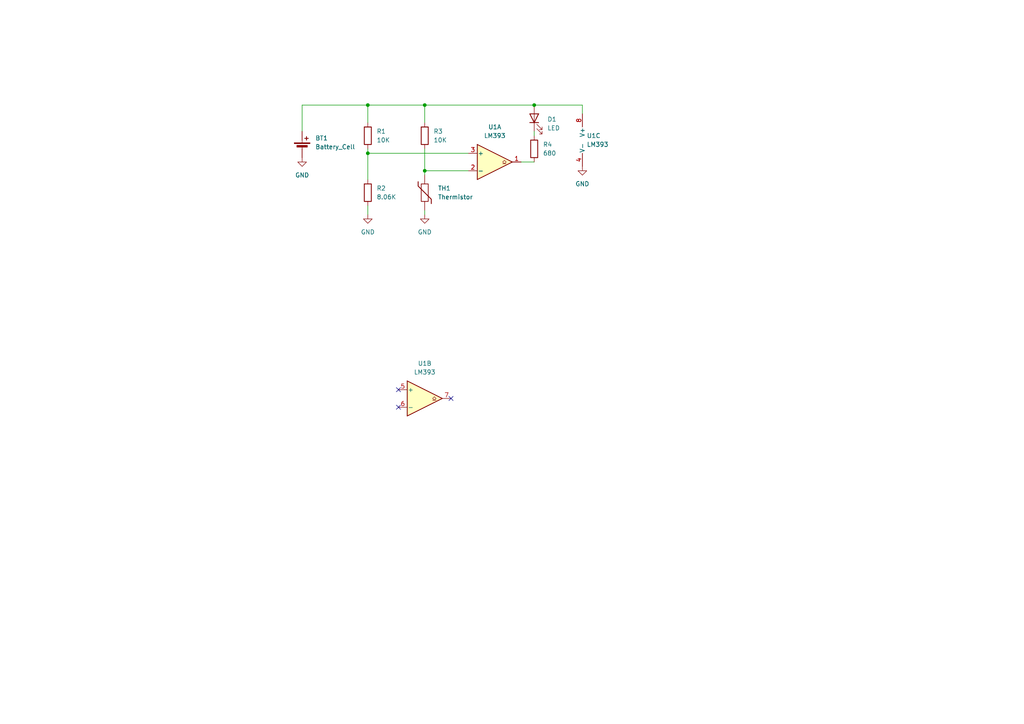
<source format=kicad_sch>
(kicad_sch (version 20230121) (generator eeschema)
  (paper "A4")
  (lib_symbols
    (symbol "Comparator:LM393" (pin_names (offset 0.127))
      (property "Reference" "U" (at 3.81 3.81 0))
      (property "Value" "LM393" (at 6.35 -3.81 0))
      (symbol "LM393_1_1"
        (polyline (pts (xy -5.08 5.08) (xy 5.08 0) (xy -5.08 -5.08) (xy -5.08 5.08)) (stroke (width 0.254)) (fill (type background)))
        (polyline (pts (xy 3.302 -0.508) (xy 2.794 -0.508) (xy 3.302 0) (xy 2.794 0.508) (xy 2.286 0) (xy 2.794 -0.508) (xy 2.286 -0.508)) (stroke (width 0.127)))
        (pin open_collector line (at 7.62 0 180) (length 2.54) (name "~") (number "1"))
        (pin input line (at -7.62 -2.54 0) (length 2.54) (name "-") (number "2"))
        (pin input line (at -7.62 2.54 0) (length 2.54) (name "+") (number "3"))
      )
      (symbol "LM393_2_1"
        (polyline (pts (xy -5.08 5.08) (xy 5.08 0) (xy -5.08 -5.08) (xy -5.08 5.08)) (stroke (width 0.254)) (fill (type background)))
        (polyline (pts (xy 3.302 -0.508) (xy 2.794 -0.508) (xy 3.302 0) (xy 2.794 0.508) (xy 2.286 0) (xy 2.794 -0.508) (xy 2.286 -0.508)) (stroke (width 0.127)))
        (pin input line (at -7.62 2.54 0) (length 2.54) (name "+") (number "5"))
        (pin input line (at -7.62 -2.54 0) (length 2.54) (name "-") (number "6"))
        (pin open_collector line (at 7.62 0 180) (length 2.54) (name "~") (number "7"))
      )
      (symbol "LM393_3_1"
        (pin power_in line (at -2.54 -7.62 90) (length 3.81) (name "V-") (number "4"))
        (pin power_in line (at -2.54 7.62 270) (length 3.81) (name "V+") (number "8"))
      )
    )
    (symbol "Device:Battery_Cell" (pin_numbers hide) (pin_names (offset 0) hide)
      (property "Reference" "BT" (at 2.54 2.54 0))
      (property "Value" "Battery_Cell" (at 2.54 0 0))
      (symbol "Battery_Cell_0_1"
        (rectangle (start -2.286 1.778) (end 2.286 1.524) (fill (type outline)))
        (rectangle (start -1.524 1.016) (end 1.524 0.508) (fill (type outline)))
        (polyline (pts (xy 0 0.762) (xy 0 0)))
        (polyline (pts (xy 0 1.778) (xy 0 2.54)))
        (polyline (pts (xy 0.762 3.048) (xy 1.778 3.048)) (stroke (width 0.254)))
        (polyline (pts (xy 1.27 3.556) (xy 1.27 2.54)) (stroke (width 0.254)))
      )
      (symbol "Battery_Cell_1_1"
        (pin passive line (at 0 5.08 270) (length 2.54) (name "+") (number "1"))
        (pin passive line (at 0 -2.54 90) (length 2.54) (name "-") (number "2"))
      )
    )
    (symbol "Device:LED" (pin_numbers hide) (pin_names (offset 1.016) hide)
      (property "Reference" "D" (at 0 2.54 0))
      (property "Value" "LED" (at 0 -2.54 0))
      (symbol "LED_0_1"
        (polyline (pts (xy -1.27 -1.27) (xy -1.27 1.27)) (stroke (width 0.254)))
        (polyline (pts (xy -1.27 0) (xy 1.27 0)))
        (polyline (pts (xy 1.27 -1.27) (xy 1.27 1.27) (xy -1.27 0) (xy 1.27 -1.27)) (stroke (width 0.254)))
        (polyline (pts (xy -3.048 -0.762) (xy -4.572 -2.286) (xy -3.81 -2.286) (xy -4.572 -2.286) (xy -4.572 -1.524)))
        (polyline (pts (xy -1.778 -0.762) (xy -3.302 -2.286) (xy -2.54 -2.286) (xy -3.302 -2.286) (xy -3.302 -1.524)))
      )
      (symbol "LED_1_1"
        (pin passive line (at -3.81 0 0) (length 2.54) (name "K") (number "1"))
        (pin passive line (at 3.81 0 180) (length 2.54) (name "A") (number "2"))
      )
    )
    (symbol "Device:R" (pin_numbers hide) (pin_names (offset 0))
      (property "Reference" "R" (at 2.032 0 90))
      (property "Value" "R" (at 0 0 90))
      (symbol "R_0_1"
        (rectangle (start -1.016 -2.54) (end 1.016 2.54) (stroke (width 0.254)))
      )
      (symbol "R_1_1"
        (pin passive line (at 0 3.81 270) (length 1.27) (name "~") (number "1"))
        (pin passive line (at 0 -3.81 90) (length 1.27) (name "~") (number "2"))
      )
    )
    (symbol "Device:Thermistor" (pin_numbers hide) (pin_names (offset 0))
      (property "Reference" "TH" (at 2.54 1.27 90))
      (property "Value" "Thermistor" (at -2.54 0 90))
      (symbol "Thermistor_0_1"
        (rectangle (start -1.016 2.54) (end 1.016 -2.54) (stroke (width 0.2032)))
        (polyline (pts (xy -1.905 3.175) (xy -1.905 1.905) (xy 1.905 -1.905) (xy 1.905 -3.175) (xy 1.905 -3.175)) (stroke (width 0.254)))
      )
      (symbol "Thermistor_1_1"
        (pin passive line (at 0 5.08 270) (length 2.54) (name "~") (number "1"))
        (pin passive line (at 0 -5.08 90) (length 2.54) (name "~") (number "2"))
      )
    )
    (symbol "power:GND" (power) (pin_names (offset 0))
      (property "Value" "GND" (at 0 -3.81 0))
      (symbol "GND_0_1"
        (polyline (pts (xy 0 0) (xy 0 -1.27) (xy 1.27 -1.27) (xy 0 -2.54) (xy -1.27 -1.27) (xy 0 -1.27)))
      )
      (symbol "GND_1_1"
        (pin power_in line (at 0 0 270) (length 0) hide (name "GND") (number "1"))
      )
    )
  )
  (junction (at 123.19 30.48))
  (junction (at 106.68 44.45))
  (junction (at 123.19 49.53))
  (junction (at 106.68 30.48))
  (junction (at 154.94 30.48))
  (no_connect (at 115.57 113.03))
  (no_connect (at 115.57 118.11))
  (no_connect (at 130.81 115.57))
  (wire (pts (xy 123.19 60.96) (xy 123.19 62.23)))
  (wire (pts (xy 123.19 35.56) (xy 123.19 30.48)))
  (wire (pts (xy 106.68 43.18) (xy 106.68 44.45)))
  (wire (pts (xy 154.94 30.48) (xy 168.91 30.48)))
  (wire (pts (xy 106.68 44.45) (xy 135.89 44.45)))
  (wire (pts (xy 106.68 59.69) (xy 106.68 62.23)))
  (wire (pts (xy 151.13 46.99) (xy 154.94 46.99)))
  (wire (pts (xy 106.68 35.56) (xy 106.68 30.48)))
  (wire (pts (xy 106.68 44.45) (xy 106.68 52.07)))
  (wire (pts (xy 123.19 30.48) (xy 154.94 30.48)))
  (wire (pts (xy 87.63 30.48) (xy 106.68 30.48)))
  (wire (pts (xy 123.19 49.53) (xy 135.89 49.53)))
  (wire (pts (xy 123.19 43.18) (xy 123.19 49.53)))
  (wire (pts (xy 106.68 30.48) (xy 123.19 30.48)))
  (wire (pts (xy 154.94 39.37) (xy 154.94 38.1)))
  (wire (pts (xy 168.91 30.48) (xy 168.91 33.02)))
  (wire (pts (xy 123.19 49.53) (xy 123.19 50.8)))
  (wire (pts (xy 87.63 38.1) (xy 87.63 30.48)))
  (symbol (lib_id "Device:R") (at 106.68 39.37 0) (unit 1)
    (property "Reference" "R1" (at 109.22 38.1 0) (effects (justify left)))
    (property "Value" "10K" (at 109.22 40.64 0) (effects (justify left)))
    (property "Footprint" "Resistor_THT:R_Axial_DIN0207_L6.3mm_D2.5mm_P10.16mm_Horizontal" (effects hide))
  )
  (symbol (lib_id "Device:R") (at 106.68 55.88 0) (unit 1)
    (property "Reference" "R2" (at 109.22 54.61 0) (effects (justify left)))
    (property "Value" "8.06K" (at 109.22 57.15 0) (effects (justify left)))
    (property "Footprint" "Resistor_THT:R_Axial_DIN0207_L6.3mm_D2.5mm_P10.16mm_Horizontal" (effects hide))
  )
  (symbol (lib_id "Device:LED") (at 154.94 34.29 90) (unit 1)
    (property "Reference" "D1" (at 158.75 34.6075 90) (effects (justify right)))
    (property "Value" "LED" (at 158.75 37.1475 90) (effects (justify right)))
    (property "Footprint" "LED_THT:LED_D3.0mm" (effects hide))
  )
  (symbol (lib_id "power:GND") (at 168.91 48.26 0) (unit 1)
    (property "Reference" "#PWR04" (effects hide))
    (property "Value" "GND" (at 168.91 53.34 0))
  )
  (symbol (lib_id "power:GND") (at 123.19 62.23 0) (unit 1)
    (property "Reference" "#PWR03" (effects hide))
    (property "Value" "GND" (at 123.19 67.31 0))
  )
  (symbol (lib_id "power:GND") (at 87.63 45.72 0) (unit 1)
    (property "Reference" "#PWR01" (effects hide))
    (property "Value" "GND" (at 87.63 50.8 0))
  )
  (symbol (lib_id "Comparator:LM393") (at 123.19 115.57 0) (unit 2)
    (property "Reference" "U1" (at 123.19 105.41 0))
    (property "Value" "LM393" (at 123.19 107.95 0))
    (property "Footprint" "Package_DIP:DIP-8_W7.62mm_LongPads" (effects hide))
    (property "Datasheet" "http://www.ti.com/lit/ds/symlink/lm393.pdf" (effects hide))
  )
  (symbol (lib_id "Comparator:LM393") (at 171.45 40.64 0) (unit 3)
    (property "Reference" "U1" (at 170.18 39.37 0) (effects (justify left)))
    (property "Value" "LM393" (at 170.18 41.91 0) (effects (justify left)))
    (property "Footprint" "Package_DIP:DIP-8_W7.62mm_LongPads" (effects hide))
    (property "Datasheet" "http://www.ti.com/lit/ds/symlink/lm393.pdf" (effects hide))
  )
  (symbol (lib_id "Device:Thermistor") (at 123.19 55.88 0) (unit 1)
    (property "Reference" "TH1" (at 127 54.61 0) (effects (justify left)))
    (property "Value" "Thermistor" (at 127 57.15 0) (effects (justify left)))
    (property "Footprint" "Resistor_THT:R_Axial_DIN0207_L6.3mm_D2.5mm_P10.16mm_Horizontal" (effects hide))
  )
  (symbol (lib_id "Device:Battery_Cell") (at 87.63 43.18 0) (unit 1)
    (property "Reference" "BT1" (at 91.44 40.0685 0) (effects (justify left)))
    (property "Value" "Battery_Cell" (at 91.44 42.6085 0) (effects (justify left)))
    (property "Footprint" "Battery:BatteryHolder_MPD_BC2003_1x2032" (effects hide))
  )
  (symbol (lib_id "Device:R") (at 123.19 39.37 0) (unit 1)
    (property "Reference" "R3" (at 125.73 38.1 0) (effects (justify left)))
    (property "Value" "10K" (at 125.73 40.64 0) (effects (justify left)))
    (property "Footprint" "Resistor_THT:R_Axial_DIN0207_L6.3mm_D2.5mm_P10.16mm_Horizontal" (effects hide))
  )
  (symbol (lib_id "Comparator:LM393") (at 143.51 46.99 0) (unit 1)
    (property "Reference" "U1" (at 143.51 36.83 0))
    (property "Value" "LM393" (at 143.51 39.37 0))
    (property "Footprint" "Package_DIP:DIP-8_W7.62mm_LongPads" (effects hide))
    (property "Datasheet" "http://www.ti.com/lit/ds/symlink/lm393.pdf" (effects hide))
  )
  (symbol (lib_id "Device:R") (at 154.94 43.18 0) (unit 1)
    (property "Reference" "R4" (at 157.48 41.91 0) (effects (justify left)))
    (property "Value" "680" (at 157.48 44.45 0) (effects (justify left)))
    (property "Footprint" "Resistor_THT:R_Axial_DIN0207_L6.3mm_D2.5mm_P10.16mm_Horizontal" (effects hide))
  )
  (symbol (lib_id "power:GND") (at 106.68 62.23 0) (unit 1)
    (property "Reference" "#PWR02" (effects hide))
    (property "Value" "GND" (at 106.68 67.31 0))
  )
)
</source>
